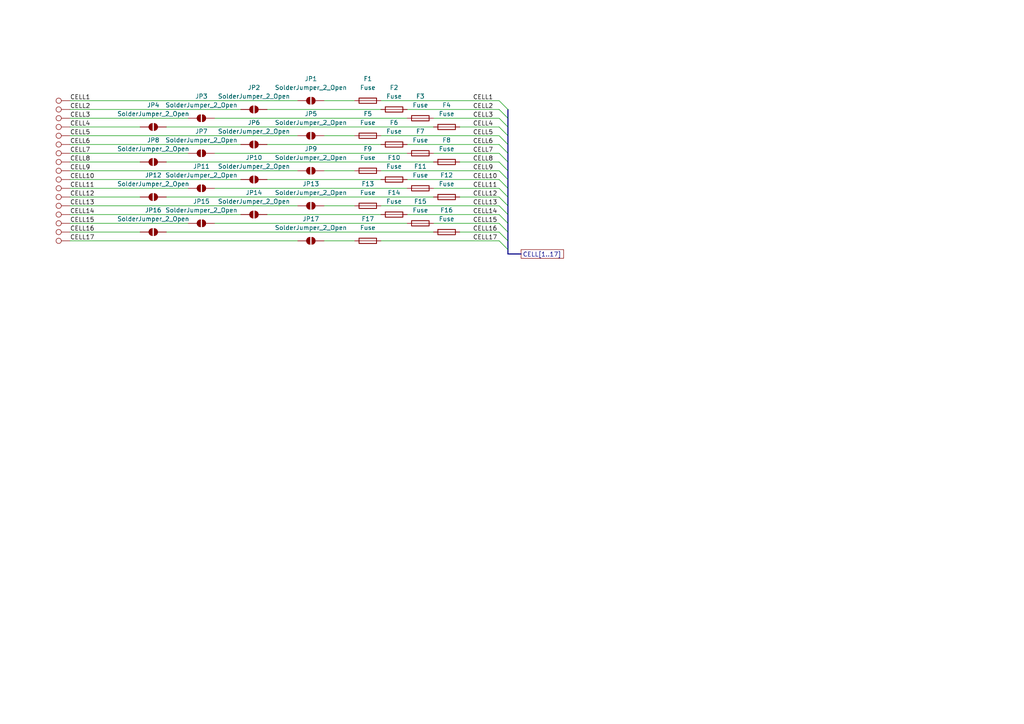
<source format=kicad_sch>
(kicad_sch (version 20231120) (generator "eeschema") (generator_version "8.0")
  (paper "A4")
  (lib_symbols
    (symbol "Device:Fuse" (pin_numbers hide) (pin_names (offset 0))
      (property "Reference" "F" (at 2.032 0 90))
      (property "Value" "Fuse" (at -1.905 0 90))
      (symbol "Fuse_0_1"
        (rectangle (start -0.762 -2.54) (end 0.762 2.54) (stroke (width 0.254)))
        (polyline (pts (xy 0 2.54) (xy 0 -2.54)))
      )
      (symbol "Fuse_1_1"
        (pin passive line (at 0 3.81 270) (length 1.27) (name "~") (number "1"))
        (pin passive line (at 0 -3.81 90) (length 1.27) (name "~") (number "2"))
      )
    )
    (symbol "Jumper:SolderJumper_2_Open" (pin_numbers hide) (pin_names (offset 0) hide) (exclude_from_sim yes) (in_bom no)
      (property "Reference" "JP" (at 0 2.032 0))
      (property "Value" "SolderJumper_2_Open" (at 0 -2.54 0))
      (symbol "SolderJumper_2_Open_0_1"
        (arc (start -0.254 1.016) (mid -1.2656 0) (end -0.254 -1.016))
        (arc (start -0.254 1.016) (mid -1.2656 0) (end -0.254 -1.016) (fill (type outline)))
        (polyline (pts (xy -0.254 1.016) (xy -0.254 -1.016)))
        (polyline (pts (xy 0.254 1.016) (xy 0.254 -1.016)))
        (arc (start 0.254 -1.016) (mid 1.2656 0) (end 0.254 1.016))
        (arc (start 0.254 -1.016) (mid 1.2656 0) (end 0.254 1.016) (fill (type outline)))
      )
      (symbol "SolderJumper_2_Open_1_1"
        (pin passive line (at -3.81 0 0) (length 2.54) (name "A") (number "1"))
        (pin passive line (at 3.81 0 180) (length 2.54) (name "B") (number "2"))
      )
    )
    (symbol "OEM:MKVI_BondPad" (pin_numbers hide) (pin_names (offset 0.762) hide) (in_bom no)
      (property "Reference" "TP" (at 0 6.858 0))
      (property "Value" "MKVI_BondPad" (at 0 5.08 0))
      (symbol "MKVI_BondPad_0_1"
        (circle (center 0 3.302) (radius 0.762))
      )
      (symbol "MKVI_BondPad_1_1"
        (pin passive line (at 0 0 90) (length 2.54) (name "1") (number "1"))
      )
    )
  )
  (bus_entry (at 147.32 36.83) (size -2.54 -2.54))
  (bus_entry (at 147.32 67.31) (size -2.54 -2.54))
  (bus_entry (at 147.32 54.61) (size -2.54 -2.54))
  (bus_entry (at 147.32 49.53) (size -2.54 -2.54))
  (bus_entry (at 147.32 39.37) (size -2.54 -2.54))
  (bus_entry (at 147.32 46.99) (size -2.54 -2.54))
  (bus_entry (at 147.32 72.39) (size -2.54 -2.54))
  (bus_entry (at 147.32 41.91) (size -2.54 -2.54))
  (bus_entry (at 147.32 69.85) (size -2.54 -2.54))
  (bus_entry (at 147.32 44.45) (size -2.54 -2.54))
  (bus_entry (at 147.32 57.15) (size -2.54 -2.54))
  (bus_entry (at 147.32 31.75) (size -2.54 -2.54))
  (bus_entry (at 147.32 52.07) (size -2.54 -2.54))
  (bus_entry (at 147.32 59.69) (size -2.54 -2.54))
  (bus_entry (at 147.32 64.77) (size -2.54 -2.54))
  (bus_entry (at 147.32 34.29) (size -2.54 -2.54))
  (bus_entry (at 147.32 62.23) (size -2.54 -2.54))
  (wire (pts (xy 93.98 59.69) (xy 102.87 59.69)))
  (bus (pts (xy 147.32 39.37) (xy 147.32 41.91)))
  (bus (pts (xy 147.32 57.15) (xy 147.32 59.69)))
  (bus (pts (xy 147.32 31.75) (xy 147.32 34.29)))
  (wire (pts (xy 62.23 54.61) (xy 118.11 54.61)))
  (wire (pts (xy 48.26 57.15) (xy 125.73 57.15)))
  (wire (pts (xy 118.11 41.91) (xy 144.78 41.91)))
  (bus (pts (xy 147.32 36.83) (xy 147.32 39.37)))
  (bus (pts (xy 147.32 34.29) (xy 147.32 36.83)))
  (bus (pts (xy 147.32 46.99) (xy 147.32 49.53)))
  (bus (pts (xy 147.32 59.69) (xy 147.32 62.23)))
  (wire (pts (xy 133.35 46.99) (xy 144.78 46.99)))
  (wire (pts (xy 20.32 67.31) (xy 40.64 67.31)))
  (wire (pts (xy 133.35 67.31) (xy 144.78 67.31)))
  (wire (pts (xy 48.26 46.99) (xy 125.73 46.99)))
  (wire (pts (xy 48.26 36.83) (xy 125.73 36.83)))
  (wire (pts (xy 77.47 41.91) (xy 110.49 41.91)))
  (wire (pts (xy 93.98 69.85) (xy 102.87 69.85)))
  (wire (pts (xy 20.32 34.29) (xy 54.61 34.29)))
  (wire (pts (xy 93.98 39.37) (xy 102.87 39.37)))
  (wire (pts (xy 118.11 62.23) (xy 144.78 62.23)))
  (bus (pts (xy 147.32 44.45) (xy 147.32 46.99)))
  (wire (pts (xy 20.32 69.85) (xy 86.36 69.85)))
  (wire (pts (xy 125.73 34.29) (xy 144.78 34.29)))
  (wire (pts (xy 110.49 59.69) (xy 144.78 59.69)))
  (wire (pts (xy 20.32 36.83) (xy 40.64 36.83)))
  (wire (pts (xy 118.11 31.75) (xy 144.78 31.75)))
  (wire (pts (xy 125.73 64.77) (xy 144.78 64.77)))
  (wire (pts (xy 20.32 57.15) (xy 40.64 57.15)))
  (wire (pts (xy 118.11 52.07) (xy 144.78 52.07)))
  (wire (pts (xy 20.32 39.37) (xy 86.36 39.37)))
  (wire (pts (xy 110.49 29.21) (xy 144.78 29.21)))
  (wire (pts (xy 77.47 52.07) (xy 110.49 52.07)))
  (wire (pts (xy 20.32 62.23) (xy 69.85 62.23)))
  (wire (pts (xy 77.47 62.23) (xy 110.49 62.23)))
  (wire (pts (xy 20.32 64.77) (xy 54.61 64.77)))
  (bus (pts (xy 147.32 54.61) (xy 147.32 57.15)))
  (wire (pts (xy 62.23 44.45) (xy 118.11 44.45)))
  (wire (pts (xy 20.32 59.69) (xy 86.36 59.69)))
  (wire (pts (xy 110.49 39.37) (xy 144.78 39.37)))
  (wire (pts (xy 93.98 49.53) (xy 102.87 49.53)))
  (bus (pts (xy 147.32 72.39) (xy 147.32 73.66)))
  (wire (pts (xy 110.49 49.53) (xy 144.78 49.53)))
  (wire (pts (xy 125.73 54.61) (xy 144.78 54.61)))
  (bus (pts (xy 147.32 41.91) (xy 147.32 44.45)))
  (wire (pts (xy 20.32 46.99) (xy 40.64 46.99)))
  (wire (pts (xy 20.32 54.61) (xy 54.61 54.61)))
  (wire (pts (xy 62.23 64.77) (xy 118.11 64.77)))
  (wire (pts (xy 20.32 49.53) (xy 86.36 49.53)))
  (bus (pts (xy 147.32 64.77) (xy 147.32 67.31)))
  (wire (pts (xy 20.32 44.45) (xy 54.61 44.45)))
  (wire (pts (xy 93.98 29.21) (xy 102.87 29.21)))
  (bus (pts (xy 147.32 52.07) (xy 147.32 54.61)))
  (wire (pts (xy 62.23 34.29) (xy 118.11 34.29)))
  (wire (pts (xy 20.32 31.75) (xy 69.85 31.75)))
  (wire (pts (xy 20.32 29.21) (xy 86.36 29.21)))
  (wire (pts (xy 48.26 67.31) (xy 125.73 67.31)))
  (bus (pts (xy 147.32 73.66) (xy 151.13 73.66)))
  (wire (pts (xy 133.35 36.83) (xy 144.78 36.83)))
  (wire (pts (xy 133.35 57.15) (xy 144.78 57.15)))
  (wire (pts (xy 110.49 69.85) (xy 144.78 69.85)))
  (bus (pts (xy 147.32 67.31) (xy 147.32 69.85)))
  (wire (pts (xy 125.73 44.45) (xy 144.78 44.45)))
  (bus (pts (xy 147.32 49.53) (xy 147.32 52.07)))
  (bus (pts (xy 147.32 69.85) (xy 147.32 72.39)))
  (wire (pts (xy 77.47 31.75) (xy 110.49 31.75)))
  (bus (pts (xy 147.32 62.23) (xy 147.32 64.77)))
  (wire (pts (xy 20.32 52.07) (xy 69.85 52.07)))
  (wire (pts (xy 20.32 41.91) (xy 69.85 41.91)))
  (label "CELL2" (at 137.16 31.75 0))
  (label "CELL7" (at 20.32 44.45 0))
  (label "CELL15" (at 20.32 64.77 0))
  (label "CELL11" (at 137.16 54.61 0))
  (label "CELL17" (at 137.16 69.85 0))
  (label "CELL6" (at 20.32 41.91 0))
  (label "CELL14" (at 137.16 62.23 0))
  (label "CELL6" (at 137.16 41.91 0))
  (label "CELL3" (at 20.32 34.29 0))
  (label "CELL15" (at 137.16 64.77 0))
  (label "CELL10" (at 20.32 52.07 0))
  (label "CELL1" (at 20.32 29.21 0))
  (label "CELL11" (at 20.32 54.61 0))
  (label "CELL13" (at 20.32 59.69 0))
  (label "CELL3" (at 137.16 34.29 0))
  (label "CELL8" (at 20.32 46.99 0))
  (label "CELL4" (at 20.32 36.83 0))
  (label "CELL9" (at 20.32 49.53 0))
  (label "CELL5" (at 20.32 39.37 0))
  (label "CELL17" (at 20.32 69.85 0))
  (label "CELL4" (at 137.16 36.83 0))
  (label "CELL13" (at 137.16 59.69 0))
  (label "CELL5" (at 137.16 39.37 0))
  (label "CELL14" (at 20.32 62.23 0))
  (label "CELL2" (at 20.32 31.75 0))
  (label "CELL16" (at 20.32 67.31 0))
  (label "CELL12" (at 20.32 57.15 0))
  (label "CELL16" (at 137.16 67.31 0))
  (label "CELL1" (at 137.16 29.21 0))
  (label "CELL7" (at 137.16 44.45 0))
  (label "CELL10" (at 137.16 52.07 0))
  (label "CELL12" (at 137.16 57.15 0))
  (label "CELL9" (at 137.16 49.53 0))
  (label "CELL8" (at 137.16 46.99 0))
  (global_label "CELL[1..17]" (shape passive) (at 151.13 73.66 0) (property "Intersheetrefs" "${INTERSHEET_REFS}" (effects (hide yes))))
  (symbol (lib_id "OEM:MKVI_BondPad") (at 20.32 62.23 90) (unit 1) (in_bom no)
    (property "Reference" "TP16" (effects (hide yes)))
    (property "Value" "TestPoint" (effects (hide yes)))
    (property "Footprint" "oem:Bond Pad" (effects (hide yes)))
  )
  (symbol (lib_id "OEM:MKVI_BondPad") (at 20.32 39.37 90) (unit 1) (in_bom no)
    (property "Reference" "TP7" (effects (hide yes)))
    (property "Value" "TestPoint" (effects (hide yes)))
    (property "Footprint" "oem:Bond Pad" (effects (hide yes)))
  )
  (symbol (lib_id "OEM:MKVI_BondPad") (at 20.32 67.31 90) (unit 1) (in_bom no)
    (property "Reference" "TP18" (effects (hide yes)))
    (property "Value" "TestPoint" (effects (hide yes)))
    (property "Footprint" "oem:Bond Pad" (effects (hide yes)))
  )
  (symbol (lib_id "Device:Fuse") (at 106.68 59.69 90) (unit 1)
    (property "Reference" "F13" (at 106.68 53.34 90))
    (property "Value" "Fuse" (at 106.68 55.88 90))
    (property "Footprint" "footprints:Fuse_1206" (effects (hide yes)))
    (property "Description" "Fuse" (effects (hide yes)))
  )
  (symbol (lib_id "OEM:MKVI_BondPad") (at 20.32 52.07 90) (unit 1) (in_bom no)
    (property "Reference" "TP12" (effects (hide yes)))
    (property "Value" "TestPoint" (effects (hide yes)))
    (property "Footprint" "oem:Bond Pad" (effects (hide yes)))
  )
  (symbol (lib_id "Device:Fuse") (at 106.68 29.21 90) (unit 1)
    (property "Reference" "F1" (at 106.68 22.86 90))
    (property "Value" "Fuse" (at 106.68 25.4 90))
    (property "Footprint" "footprints:Fuse_1206" (effects (hide yes)))
    (property "Description" "Fuse" (effects (hide yes)))
  )
  (symbol (lib_id "Jumper:SolderJumper_2_Open") (at 90.17 39.37 0) (unit 1) (exclude_from_sim yes) (in_bom no)
    (property "Reference" "JP5" (at 90.17 33.02 0))
    (property "Value" "SolderJumper_2_Open" (at 90.17 35.56 0))
    (property "Footprint" "Jumper:SolderJumper-2_P1.3mm_Open_Pad1.0x1.5mm" (effects (hide yes)))
    (property "Description" "Solder Jumper, 2-pole, open" (effects (hide yes)))
  )
  (symbol (lib_id "Device:Fuse") (at 106.68 49.53 90) (unit 1)
    (property "Reference" "F9" (at 106.68 43.18 90))
    (property "Value" "Fuse" (at 106.68 45.72 90))
    (property "Footprint" "footprints:Fuse_1206" (effects (hide yes)))
    (property "Description" "Fuse" (effects (hide yes)))
  )
  (symbol (lib_id "Device:Fuse") (at 129.54 57.15 90) (unit 1)
    (property "Reference" "F12" (at 129.54 50.8 90))
    (property "Value" "Fuse" (at 129.54 53.34 90))
    (property "Footprint" "footprints:Fuse_1206" (effects (hide yes)))
    (property "Description" "Fuse" (effects (hide yes)))
  )
  (symbol (lib_id "OEM:MKVI_BondPad") (at 20.32 64.77 90) (unit 1) (in_bom no)
    (property "Reference" "TP17" (effects (hide yes)))
    (property "Value" "TestPoint" (effects (hide yes)))
    (property "Footprint" "oem:Bond Pad" (effects (hide yes)))
  )
  (symbol (lib_id "Jumper:SolderJumper_2_Open") (at 58.42 54.61 0) (unit 1) (exclude_from_sim yes) (in_bom no)
    (property "Reference" "JP11" (at 58.42 48.26 0))
    (property "Value" "SolderJumper_2_Open" (at 58.42 50.8 0))
    (property "Footprint" "Jumper:SolderJumper-2_P1.3mm_Open_Pad1.0x1.5mm" (effects (hide yes)))
    (property "Description" "Solder Jumper, 2-pole, open" (effects (hide yes)))
  )
  (symbol (lib_id "Device:Fuse") (at 129.54 36.83 90) (unit 1)
    (property "Reference" "F4" (at 129.54 30.48 90))
    (property "Value" "Fuse" (at 129.54 33.02 90))
    (property "Footprint" "footprints:Fuse_1206" (effects (hide yes)))
    (property "Description" "Fuse" (effects (hide yes)))
  )
  (symbol (lib_id "Jumper:SolderJumper_2_Open") (at 44.45 67.31 0) (unit 1) (exclude_from_sim yes) (in_bom no)
    (property "Reference" "JP16" (at 44.45 60.96 0))
    (property "Value" "SolderJumper_2_Open" (at 44.45 63.5 0))
    (property "Footprint" "Jumper:SolderJumper-2_P1.3mm_Open_Pad1.0x1.5mm" (effects (hide yes)))
    (property "Description" "Solder Jumper, 2-pole, open" (effects (hide yes)))
  )
  (symbol (lib_id "OEM:MKVI_BondPad") (at 20.32 49.53 90) (unit 1) (in_bom no)
    (property "Reference" "TP11" (effects (hide yes)))
    (property "Value" "TestPoint" (effects (hide yes)))
    (property "Footprint" "oem:Bond Pad" (effects (hide yes)))
  )
  (symbol (lib_id "Device:Fuse") (at 114.3 41.91 90) (unit 1)
    (property "Reference" "F6" (at 114.3 35.56 90))
    (property "Value" "Fuse" (at 114.3 38.1 90))
    (property "Footprint" "footprints:Fuse_1206" (effects (hide yes)))
    (property "Description" "Fuse" (effects (hide yes)))
  )
  (symbol (lib_id "Jumper:SolderJumper_2_Open") (at 58.42 64.77 0) (unit 1) (exclude_from_sim yes) (in_bom no)
    (property "Reference" "JP15" (at 58.42 58.42 0))
    (property "Value" "SolderJumper_2_Open" (at 58.42 60.96 0))
    (property "Footprint" "Jumper:SolderJumper-2_P1.3mm_Open_Pad1.0x1.5mm" (effects (hide yes)))
    (property "Description" "Solder Jumper, 2-pole, open" (effects (hide yes)))
  )
  (symbol (lib_id "Device:Fuse") (at 129.54 46.99 90) (unit 1)
    (property "Reference" "F8" (at 129.54 40.64 90))
    (property "Value" "Fuse" (at 129.54 43.18 90))
    (property "Footprint" "footprints:Fuse_1206" (effects (hide yes)))
    (property "Description" "Fuse" (effects (hide yes)))
  )
  (symbol (lib_id "OEM:MKVI_BondPad") (at 20.32 29.21 90) (unit 1) (in_bom no)
    (property "Reference" "TP3" (effects (hide yes)))
    (property "Value" "TestPoint" (effects (hide yes)))
    (property "Footprint" "oem:Bond Pad" (effects (hide yes)))
  )
  (symbol (lib_id "Jumper:SolderJumper_2_Open") (at 90.17 69.85 0) (unit 1) (exclude_from_sim yes) (in_bom no)
    (property "Reference" "JP17" (at 90.17 63.5 0))
    (property "Value" "SolderJumper_2_Open" (at 90.17 66.04 0))
    (property "Footprint" "Jumper:SolderJumper-2_P1.3mm_Open_Pad1.0x1.5mm" (effects (hide yes)))
    (property "Description" "Solder Jumper, 2-pole, open" (effects (hide yes)))
  )
  (symbol (lib_id "Device:Fuse") (at 114.3 52.07 90) (unit 1)
    (property "Reference" "F10" (at 114.3 45.72 90))
    (property "Value" "Fuse" (at 114.3 48.26 90))
    (property "Footprint" "footprints:Fuse_1206" (effects (hide yes)))
    (property "Description" "Fuse" (effects (hide yes)))
  )
  (symbol (lib_id "Device:Fuse") (at 129.54 67.31 90) (unit 1)
    (property "Reference" "F16" (at 129.54 60.96 90))
    (property "Value" "Fuse" (at 129.54 63.5 90))
    (property "Footprint" "footprints:Fuse_1206" (effects (hide yes)))
    (property "Description" "Fuse" (effects (hide yes)))
  )
  (symbol (lib_id "Jumper:SolderJumper_2_Open") (at 73.66 62.23 0) (unit 1) (exclude_from_sim yes) (in_bom no)
    (property "Reference" "JP14" (at 73.66 55.88 0))
    (property "Value" "SolderJumper_2_Open" (at 73.66 58.42 0))
    (property "Footprint" "Jumper:SolderJumper-2_P1.3mm_Open_Pad1.0x1.5mm" (effects (hide yes)))
    (property "Description" "Solder Jumper, 2-pole, open" (effects (hide yes)))
  )
  (symbol (lib_id "Device:Fuse") (at 121.92 54.61 90) (unit 1)
    (property "Reference" "F11" (at 121.92 48.26 90))
    (property "Value" "Fuse" (at 121.92 50.8 90))
    (property "Footprint" "footprints:Fuse_1206" (effects (hide yes)))
    (property "Description" "Fuse" (effects (hide yes)))
  )
  (symbol (lib_id "OEM:MKVI_BondPad") (at 20.32 41.91 90) (unit 1) (in_bom no)
    (property "Reference" "TP8" (effects (hide yes)))
    (property "Value" "TestPoint" (effects (hide yes)))
    (property "Footprint" "oem:Bond Pad" (effects (hide yes)))
  )
  (symbol (lib_id "OEM:MKVI_BondPad") (at 20.32 34.29 90) (unit 1) (in_bom no)
    (property "Reference" "TP5" (effects (hide yes)))
    (property "Value" "TestPoint" (effects (hide yes)))
    (property "Footprint" "oem:Bond Pad" (effects (hide yes)))
  )
  (symbol (lib_id "Jumper:SolderJumper_2_Open") (at 58.42 34.29 0) (unit 1) (exclude_from_sim yes) (in_bom no)
    (property "Reference" "JP3" (at 58.42 27.94 0))
    (property "Value" "SolderJumper_2_Open" (at 58.42 30.48 0))
    (property "Footprint" "Jumper:SolderJumper-2_P1.3mm_Open_Pad1.0x1.5mm" (effects (hide yes)))
    (property "Description" "Solder Jumper, 2-pole, open" (effects (hide yes)))
  )
  (symbol (lib_id "OEM:MKVI_BondPad") (at 20.32 54.61 90) (unit 1) (in_bom no)
    (property "Reference" "TP13" (effects (hide yes)))
    (property "Value" "TestPoint" (effects (hide yes)))
    (property "Footprint" "oem:Bond Pad" (effects (hide yes)))
  )
  (symbol (lib_id "Jumper:SolderJumper_2_Open") (at 44.45 36.83 0) (unit 1) (exclude_from_sim yes) (in_bom no)
    (property "Reference" "JP4" (at 44.45 30.48 0))
    (property "Value" "SolderJumper_2_Open" (at 44.45 33.02 0))
    (property "Footprint" "Jumper:SolderJumper-2_P1.3mm_Open_Pad1.0x1.5mm" (effects (hide yes)))
    (property "Description" "Solder Jumper, 2-pole, open" (effects (hide yes)))
  )
  (symbol (lib_id "Jumper:SolderJumper_2_Open") (at 73.66 41.91 0) (unit 1) (exclude_from_sim yes) (in_bom no)
    (property "Reference" "JP6" (at 73.66 35.56 0))
    (property "Value" "SolderJumper_2_Open" (at 73.66 38.1 0))
    (property "Footprint" "Jumper:SolderJumper-2_P1.3mm_Open_Pad1.0x1.5mm" (effects (hide yes)))
    (property "Description" "Solder Jumper, 2-pole, open" (effects (hide yes)))
  )
  (symbol (lib_id "OEM:MKVI_BondPad") (at 20.32 46.99 90) (unit 1) (in_bom no)
    (property "Reference" "TP10" (effects (hide yes)))
    (property "Value" "TestPoint" (effects (hide yes)))
    (property "Footprint" "oem:Bond Pad" (effects (hide yes)))
  )
  (symbol (lib_id "OEM:MKVI_BondPad") (at 20.32 59.69 90) (unit 1) (in_bom no)
    (property "Reference" "TP15" (effects (hide yes)))
    (property "Value" "TestPoint" (effects (hide yes)))
    (property "Footprint" "oem:Bond Pad" (effects (hide yes)))
  )
  (symbol (lib_id "Jumper:SolderJumper_2_Open") (at 44.45 46.99 0) (unit 1) (exclude_from_sim yes) (in_bom no)
    (property "Reference" "JP8" (at 44.45 40.64 0))
    (property "Value" "SolderJumper_2_Open" (at 44.45 43.18 0))
    (property "Footprint" "Jumper:SolderJumper-2_P1.3mm_Open_Pad1.0x1.5mm" (effects (hide yes)))
    (property "Description" "Solder Jumper, 2-pole, open" (effects (hide yes)))
  )
  (symbol (lib_id "Device:Fuse") (at 106.68 69.85 90) (unit 1)
    (property "Reference" "F17" (at 106.68 63.5 90))
    (property "Value" "Fuse" (at 106.68 66.04 90))
    (property "Footprint" "footprints:Fuse_1206" (effects (hide yes)))
    (property "Description" "Fuse" (effects (hide yes)))
  )
  (symbol (lib_id "Device:Fuse") (at 121.92 64.77 90) (unit 1)
    (property "Reference" "F15" (at 121.92 58.42 90))
    (property "Value" "Fuse" (at 121.92 60.96 90))
    (property "Footprint" "footprints:Fuse_1206" (effects (hide yes)))
    (property "Description" "Fuse" (effects (hide yes)))
  )
  (symbol (lib_id "Jumper:SolderJumper_2_Open") (at 73.66 31.75 0) (unit 1) (exclude_from_sim yes) (in_bom no)
    (property "Reference" "JP2" (at 73.66 25.4 0))
    (property "Value" "SolderJumper_2_Open" (at 73.66 27.94 0))
    (property "Footprint" "Jumper:SolderJumper-2_P1.3mm_Open_Pad1.0x1.5mm" (effects (hide yes)))
    (property "Description" "Solder Jumper, 2-pole, open" (effects (hide yes)))
  )
  (symbol (lib_id "Device:Fuse") (at 121.92 44.45 90) (unit 1)
    (property "Reference" "F7" (at 121.92 38.1 90))
    (property "Value" "Fuse" (at 121.92 40.64 90))
    (property "Footprint" "footprints:Fuse_1206" (effects (hide yes)))
    (property "Description" "Fuse" (effects (hide yes)))
  )
  (symbol (lib_id "Device:Fuse") (at 114.3 31.75 90) (unit 1)
    (property "Reference" "F2" (at 114.3 25.4 90))
    (property "Value" "Fuse" (at 114.3 27.94 90))
    (property "Footprint" "footprints:Fuse_1206" (effects (hide yes)))
    (property "Description" "Fuse" (effects (hide yes)))
  )
  (symbol (lib_id "OEM:MKVI_BondPad") (at 20.32 69.85 90) (unit 1) (in_bom no)
    (property "Reference" "TP19" (effects (hide yes)))
    (property "Value" "TestPoint" (effects (hide yes)))
    (property "Footprint" "oem:Bond Pad" (effects (hide yes)))
  )
  (symbol (lib_id "Jumper:SolderJumper_2_Open") (at 90.17 49.53 0) (unit 1) (exclude_from_sim yes) (in_bom no)
    (property "Reference" "JP9" (at 90.17 43.18 0))
    (property "Value" "SolderJumper_2_Open" (at 90.17 45.72 0))
    (property "Footprint" "Jumper:SolderJumper-2_P1.3mm_Open_Pad1.0x1.5mm" (effects (hide yes)))
    (property "Description" "Solder Jumper, 2-pole, open" (effects (hide yes)))
  )
  (symbol (lib_id "Device:Fuse") (at 121.92 34.29 90) (unit 1)
    (property "Reference" "F3" (at 121.92 27.94 90))
    (property "Value" "Fuse" (at 121.92 30.48 90))
    (property "Footprint" "footprints:Fuse_1206" (effects (hide yes)))
    (property "Description" "Fuse" (effects (hide yes)))
  )
  (symbol (lib_id "Jumper:SolderJumper_2_Open") (at 90.17 29.21 0) (unit 1) (exclude_from_sim yes) (in_bom no)
    (property "Reference" "JP1" (at 90.17 22.86 0))
    (property "Value" "SolderJumper_2_Open" (at 90.17 25.4 0))
    (property "Footprint" "Jumper:SolderJumper-2_P1.3mm_Open_Pad1.0x1.5mm" (effects (hide yes)))
    (property "Description" "Solder Jumper, 2-pole, open" (effects (hide yes)))
  )
  (symbol (lib_id "OEM:MKVI_BondPad") (at 20.32 36.83 90) (unit 1) (in_bom no)
    (property "Reference" "TP6" (effects (hide yes)))
    (property "Value" "TestPoint" (effects (hide yes)))
    (property "Footprint" "oem:Bond Pad" (effects (hide yes)))
  )
  (symbol (lib_id "Device:Fuse") (at 106.68 39.37 90) (unit 1)
    (property "Reference" "F5" (at 106.68 33.02 90))
    (property "Value" "Fuse" (at 106.68 35.56 90))
    (property "Footprint" "footprints:Fuse_1206" (effects (hide yes)))
    (property "Description" "Fuse" (effects (hide yes)))
  )
  (symbol (lib_id "Jumper:SolderJumper_2_Open") (at 73.66 52.07 0) (unit 1) (exclude_from_sim yes) (in_bom no)
    (property "Reference" "JP10" (at 73.66 45.72 0))
    (property "Value" "SolderJumper_2_Open" (at 73.66 48.26 0))
    (property "Footprint" "Jumper:SolderJumper-2_P1.3mm_Open_Pad1.0x1.5mm" (effects (hide yes)))
    (property "Description" "Solder Jumper, 2-pole, open" (effects (hide yes)))
  )
  (symbol (lib_id "OEM:MKVI_BondPad") (at 20.32 44.45 90) (unit 1) (in_bom no)
    (property "Reference" "TP9" (effects (hide yes)))
    (property "Value" "TestPoint" (effects (hide yes)))
    (property "Footprint" "oem:Bond Pad" (effects (hide yes)))
  )
  (symbol (lib_id "OEM:MKVI_BondPad") (at 20.32 57.15 90) (unit 1) (in_bom no)
    (property "Reference" "TP14" (effects (hide yes)))
    (property "Value" "TestPoint" (effects (hide yes)))
    (property "Footprint" "oem:Bond Pad" (effects (hide yes)))
  )
  (symbol (lib_id "Device:Fuse") (at 114.3 62.23 90) (unit 1)
    (property "Reference" "F14" (at 114.3 55.88 90))
    (property "Value" "Fuse" (at 114.3 58.42 90))
    (property "Footprint" "footprints:Fuse_1206" (effects (hide yes)))
    (property "Description" "Fuse" (effects (hide yes)))
  )
  (symbol (lib_id "Jumper:SolderJumper_2_Open") (at 44.45 57.15 0) (unit 1) (exclude_from_sim yes) (in_bom no)
    (property "Reference" "JP12" (at 44.45 50.8 0))
    (property "Value" "SolderJumper_2_Open" (at 44.45 53.34 0))
    (property "Footprint" "Jumper:SolderJumper-2_P1.3mm_Open_Pad1.0x1.5mm" (effects (hide yes)))
    (property "Description" "Solder Jumper, 2-pole, open" (effects (hide yes)))
  )
  (symbol (lib_id "OEM:MKVI_BondPad") (at 20.32 31.75 90) (unit 1) (in_bom no)
    (property "Reference" "TP4" (effects (hide yes)))
    (property "Value" "TestPoint" (effects (hide yes)))
    (property "Footprint" "oem:Bond Pad" (effects (hide yes)))
  )
  (symbol (lib_id "Jumper:SolderJumper_2_Open") (at 90.17 59.69 0) (unit 1) (exclude_from_sim yes) (in_bom no)
    (property "Reference" "JP13" (at 90.17 53.34 0))
    (property "Value" "SolderJumper_2_Open" (at 90.17 55.88 0))
    (property "Footprint" "Jumper:SolderJumper-2_P1.3mm_Open_Pad1.0x1.5mm" (effects (hide yes)))
    (property "Description" "Solder Jumper, 2-pole, open" (effects (hide yes)))
  )
  (symbol (lib_id "Jumper:SolderJumper_2_Open") (at 58.42 44.45 0) (unit 1) (exclude_from_sim yes) (in_bom no)
    (property "Reference" "JP7" (at 58.42 38.1 0))
    (property "Value" "SolderJumper_2_Open" (at 58.42 40.64 0))
    (property "Footprint" "Jumper:SolderJumper-2_P1.3mm_Open_Pad1.0x1.5mm" (effects (hide yes)))
    (property "Description" "Solder Jumper, 2-pole, open" (effects (hide yes)))
  )
)
</source>
